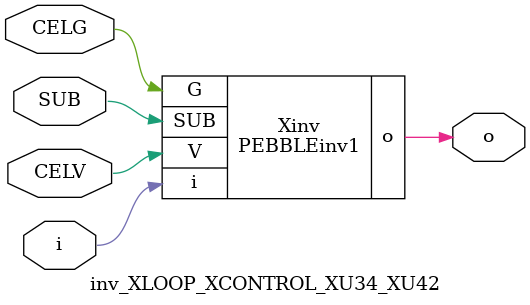
<source format=v>



module PEBBLEinv1 ( o, G, SUB, V, i );

  input V;
  input i;
  input G;
  output o;
  input SUB;
endmodule

//Celera Confidential Do Not Copy inv_XLOOP_XCONTROL_XU34_XU42
//Celera Confidential Symbol Generator
//5V Inverter
module inv_XLOOP_XCONTROL_XU34_XU42 (CELV,CELG,i,o,SUB);
input CELV;
input CELG;
input i;
input SUB;
output o;

//Celera Confidential Do Not Copy inv
PEBBLEinv1 Xinv(
.V (CELV),
.i (i),
.o (o),
.SUB (SUB),
.G (CELG)
);
//,diesize,PEBBLEinv1

//Celera Confidential Do Not Copy Module End
//Celera Schematic Generator
endmodule

</source>
